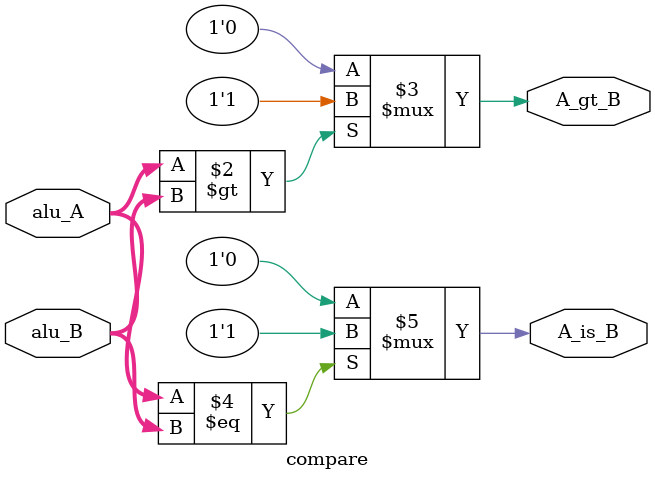
<source format=v>
/*
	the GCD algorithm, given 2 numbers,   
        the largest number that can divide both with remainder 0

    unsinged reg[7:0] A;
    unsinged reg[7:0] B;

    while (A !=  B)
    {
        if (A > B)
        {
            A = A - B;
        }
        else
        {
            B = B - A;
        }
    }
    return A;
*/

`timescale 1ns/1ns 
`define HALF 5
`define START 0   
`define STOP 79
`define SEED 11111
`define DEBUG_TB -999
//`define DEBUG_WAVE -888
//`define DEBUG_CU -777
//`define DEBUG_DP -666


module tb();
	wire [7:0] result;
	wire done;
	reg [7:0] A_input;
    reg [7:0] B_input;
	reg start;
    reg reset;
    reg clock;

	integer idx;
    integer seed;

    general_data_path GDP (
                            .result(result),
                            .done(done),
                            .A_input(A_input),
                            .B_input(B_input),
                            .start(start), 
                            .reset(reset), 
                            .clock(clock)
                        );

	always begin
		#`HALF;
		clock = ~clock;
	end
	
	initial begin
        `ifdef DEBUG_WAVE
		    $dumpfile("wave.vcd");
            $dumpvars(0, tb);
        `endif
		$write("\n testing the GCD algorithm\n\n");
        $write("    input  \"A\"      |    input \"B\"       |            GCD     |  expected\n");
        $write(" ----------------------------------------------------------------------------\n");
        seed = `SEED;
		start = 1'b1;
		reset = 1'b0;
		clock = 1'b0;

        for (idx = `START; idx <= `STOP; idx = idx + 1) begin
            reset = 1'b0;
            A_input = $urandom(seed) % 256;
            B_input = $urandom(seed) % 256;
            //A_input = 8'b0000_1001;
            //B_input = 8'b0000_0011;

            while (done != 1'b1) begin
                #(`HALF + `HALF);
            end

            `ifdef DEBUG_TB
                $write("  {%3d}  %4b_%4b  |  {%3d}  %4b_%4b  |  %4b_%4b -->   %3d  |  ",
                    A_input, A_input[7:4], A_input[3:0], 
                    B_input, B_input[7:4], B_input[3:0], 
                    result[7:4], result[3:0], result);
                getGCD(A_input, B_input, result);
            `endif
            
            reset = 1'b1;
            #(`HALF + `HALF);
            #(`HALF + `HALF);
            #(`HALF + `HALF);
        end

        #3;
        $write("\n\n\t\t ~ ~ ~ TEST COMPLETE ~ ~ ~  %7t  ns\n\n", $time);
		$finish;
	end

    task automatic getGCD;
        input reg [7:0] aReg;
        input reg [7:0] bReg;
        input reg [7:0] from_GDP;
        integer aa;
        integer bb;
        integer check;

        begin
            aa = aReg;
            bb = bReg;
            check = from_GDP;
            while (aa != bb) begin
                if (aa > bb) begin
                    aa = aa - bb;
                end
                else begin
                    bb = bb - aa;
                end
            end
            if (check == aa) begin
                $write("%3d    CORRECT\n", aa);
            end
            else begin
                $write("%3d    !!!WRONG!!!\n", aa);
            end
        end
    endtask

endmodule


////~~~~ top entity, combines control unit and data path
module general_data_path (
                            output wire [7:0] result,
                            output wire done,
                            input wire [7:0] A_input,
                            input wire [7:0] B_input,
                            input wire start, 
                            input wire reset, 
                            input wire clock
                        );	
	wire [1:0] IE;
    wire WE;
    wire [1:0] WA;
    wire RAE;
    wire [1:0] RAA;
    wire RBE;
    wire [1:0] RBA;
    wire [2:0] ALU;
    wire [1:0] SH;
    wire OE;
    //wire [7:0] n_input;
    //reg [7:0] nn_input;
    wire n_is_0; 
    wire A_gt_B;
    wire A_is_B;
	
    //initial nn_input = A_input;
    //always @ (*) nn_input = n_input;

    assign done = OE;

    control_unit CU (
                        .IE(IE), 
                        .WE(WE),
                        .WA(WA),
                        .RAE(RAE),
                        .RAA(RAA),
                        .RBE(RBE),
                        .RBA(RBA),
                        .ALU(ALU),
                        .SH(SH),
                        .OE(OE),
                        //.n_input(n_input),
                        //.B_input(B_input),
                        //.A_input(A_input),
                        .n_is_0(n_is_0),
                        .A_gt_B(A_gt_B),
                        .A_is_B(A_is_B),
                        .start(start),
                        .reset(reset),
                        .clock(clock)
                    );

    data_path DP (
                    .n_is_0(n_is_0),
                    .A_gt_B(A_gt_B),
                    .A_is_B(A_is_B),
                    .result(result),
                    .A_input(A_input),
                    .B_input(B_input),
                    .IE(IE),
                    .WE(WE),
                    .WA(WA),
                    .RAE(RAE),
                    .RAA(RAA),
                    .RBE(RBE),
                    .RBA(RBA),
                    .ALU(ALU),
                    .SH(SH),
                    .OE(OE),
                    .clock(clock)
                );
endmodule


////~~~~ control unit applied to data path
module control_unit (
                        output wire [1:0] IE, 
                        output wire WE,
                        output wire [1:0] WA,
                        output wire RAE,
                        output wire [1:0] RAA,
                        output wire RBE,
                        output wire [1:0] RBA,
                        output wire [2:0] ALU,
                        output wire [1:0] SH,
                        output wire OE,
                        //output wire [7:0] n_input,
                        //output reg [7:0] nn_input,
                        //input wire [7:0] A_input,
                        //input wire [7:0] B_input,
                        input wire n_is_0,
                        input wire A_gt_B,
                        input wire A_is_B,
                        input wire start,
                        input wire reset,
                        input wire clock
                    );

	reg [2:0] state;
	reg [2:0] n_state;

	parameter s0 = 3'b000;
	parameter s1 = 3'b001;
	parameter s2 = 3'b010;
	parameter s3 = 3'b011;
	parameter s4 = 3'b100;
    parameter s5 = 3'b101;
    parameter s6 = 3'b110;
	
	initial begin
        state = s0;
    end
	
	always @ (posedge clock) begin
        if (reset == 1'b1) n_state <= s0;  // interupt all
        `ifdef DEBUG_CU
            $write("\n st   nst  || IE | WE | WA | RAE | RAA | RBE | RBA | ALU | SH | OE || start | reset | n==0  | A>B   %7t ns\n",
                $time);
            $write("-------------------------------------------------------------------------------------------\n");
            $write(" %3b  %3b  || %1b  | %1b  | %2b |  %1b  | %2b  |  %1b  | %2b  | %3b | %2b | %1b  ||   %1b   |   %1b   |  %1b  |  %1b\n", 
                    state, n_state, IE,    WE,    WA,  RAE,    RAA,    RBE,   RBA,   ALU,   SH,   OE,   start, reset, n_is_0, A_gt_B);
        `endif
        state <= n_state;
    end

    always @ (*) begin
        case(state)
            s0 :                                          // rf[00] <-- 0  make zero  ,  wait for start
                begin
                    //nn_input <= A_input;
                    n_state = (start) ? s1 : s0;
                end
            s1 :                                          // rf[00] <-- A ,  get input
                begin
                    if (n_is_0) begin
                        n_state = s6;
                    end
                    else begin
                        n_state = s2;
                    end
                end
            s2 :                                          // rf[01] <-- B ,  get input
                begin
                    if (n_is_0) begin
                        n_state = s6;
                    end
                    else begin
                        n_state = s3;
                    end
                end
            s3 :                                          // rf[00] - rf[01] , no write "A-B"
                begin
                    if (A_is_B) begin
                        n_state = s6;
                    end
                    else begin
                        n_state = (A_gt_B) ? s4 : s5;
                    end
                end
            s4 :                                          // rf[00] <-- rf [00] - rf[01] , A > B
                begin
                    //n_state <= (n_is_0) ? s6 : s3; 
                    n_state = s3;
                    //n_state = (A_gt_B) ? s4 : s5;
                    //n_state = (A_is_B) ? s6 : s3;
                end
                                           
            s5 :                                          // rf[01] <-- rf [01] - rf[00] , ~(A > B)
                begin
                    //n_state <= (n_is_0) ? s6 : s3; 
                    n_state = s3;
                    //n_state = (A_gt_B) ? s4 : s5;
                    //n_state = (A_is_B) ? s6 : s3;
                end
            s6 : n_state = (reset) ? s0 : s6;             // show rf[00]  ,  output and wait for reset
            default : n_state = s0;                       // stop the latch
        endcase
	end
	
    //assign n_input = (n_state == s1) ? B_input : A_input;
    //assign n_input = A_input;

	assign IE[0] = (state == s1);
    assign IE[1] = (state == s2); 
		
	assign WE = (state == s1) || 
                (state == s2) || 
                (state == s4) || 
                (state == s5);
                
	assign WA[1] = 1'b0;
	assign WA[0] = (state == s2) || 
                   (state == s5);
		
	assign RAE = (state == s3) || 
                 (state == s4) || 
                 (state == s5) || 
                 (state == s6);
	assign RAA[1] = 1'b0;
	assign RAA[0] = (state == s5);
		
	assign RBE = (state == s3) ||
                 (state == s4) ||
                 (state == s5);
	assign RBA[1] = 1'b0;
	assign RBA[0] = (state == s3) ||
                    (state == s4);
		
	assign ALU[2] = (state == s4) || 
                    (state == s5);
	assign ALU[1] = 1'b0;
	assign ALU[0] = (state == s4) || 
                    (state == s5);
		
	assign SH[1] = 1'b0;
	assign SH[0] = 1'b0;
	assign OE = (state == s6);	
endmodule


////~~~~ data path combining the 5 components 
module data_path (
                    output wire A_gt_B,
                    output wire A_is_B,
                    output wire n_is_0,
                    output wire [7:0] result,
                    input wire [7:0] A_input,
                    input wire [7:0] B_input,
                    input wire [1:0] IE,
                    input wire WE,
                    input wire [1:0] WA,
                    input wire RAE,
                    input wire [1:0] RAA,
                    input wire RBE,
                    input wire [1:0] RBA,
                    input wire [2:0] ALU,
                    input wire [1:0] SH,
                    input wire OE,
                    input wire clock
                );

    parameter BLANK = 8'b0000_0000;  
    wire [7:0] from_mux;          
	reg [7:0] to_register_file;
    wire [7:0] rf_port_A;
    wire [7:0] rf_port_B;
    wire [7:0] from_alu;
    wire [7:0] from_shifter;
	
    /*
        This internal register completes the feedback.
        Unlike the other connections, it must be a register.
        It is very important and provides the initialization,
        along with proper transfer sequence.
        To use a wire, all subordinate modules would need to be structural.
    */
    initial begin
        to_register_file = BLANK;
    end
    always @ (*) begin
        to_register_file = from_mux;
    end
	
    /*
        This is the probe right under the MUX.
        It won't fail if you move states correctly.
        Don't get too crazy with the logic checks.
    */
	assign n_is_0 = (from_mux == 8'b0000_0000); 
    /*assign A_gt_B = (~from_alu[7]) & 
                    (from_alu[6] | from_alu[5] | from_alu[4] | from_alu[3] |
                     from_alu[2] | from_alu[1] | from_alu[0]);*/
    
    compare AB (
                    .A_gt_B(A_gt_B),
                    .A_is_B(A_is_B),
                    .alu_A(rf_port_A),
                    .alu_B(rf_port_B)
                );

    c1_mux comp1 (
                    .from_mux(from_mux),
                    .A_input(A_input), 
                    .B_input(B_input), 
                    .feedback(from_shifter),
                    .IE(IE)
                );

    c2_register_file comp2 (
                            .port_A(rf_port_A),
                            .port_B(rf_port_B),     
                            .from_mux(to_register_file),
                            .WE(WE),                
                            .WA(WA),          
                            .RAE(RAE),    
                            .RAA(RAA),         
                            .RBE(RBE),            
                            .RBA(RBA),      
                            .clock(clock)
                        ); 

    c3_alu comp3 (
                    .from_alu(from_alu),
                    .A_bus(rf_port_A),
                    .B_bus(rf_port_B),
                    .ALU(ALU)
                );

    c4_shifter comp4 (
                        .from_shifter(from_shifter),
                        .from_alu(from_alu),
                        .SH(SH)
                    );


    c5_triBuff comp5 (
                        .result(result), 
                        .from_shifter(from_shifter), 
                        .OE(OE)
                    );
    
    `ifdef DEBUG_DP
        always @ (posedge clock) begin
            #1;
            $write("\n ************************************************\n");
            $write(" {data_path}                               %7t ns\n", $time);
            $write("               n_is_0:  %1b\n", n_is_0);
            $write(" -------------------------\n");
            $write("                   IE:  %2b\n", IE);
            $write("  mux[00], shifter_out:  %4b_%4b\n", from_shifter[7:4], from_shifter[3:0]);
            $write("         mux[01], A_in:  %4b_%4b\n", A_input[7:4], A_input[3:0]);
            $write("         mux[10], B_in:  %4b_%4b\n", B_input[7:4], B_input[3:0]);
            $write("          mux out, nnn:  %4b_%4b\n", from_mux[7:4], from_mux[3:0]);
            $write(" ---------------------------------\n");
            $write("               rf_inp:  %4b_%4b\n", to_register_file[7:4], to_register_file[3:0]);
            $write(" WE:   %1b  ,  WA:   %2b\n", WE, WA);
            $write(" RAE:  %1b  ,  RAA:  %2b\n", RAE, RAA);
            $write(" RBE:  %1b  ,  RBA:  %2b\n", RBE, RBA);
            $write(" reg[00]:  %4b_%4b \"A\"\n", comp2.internal[2'b00][7:4], comp2.internal[2'b00][3:0]);
            $write(" reg[01]:  %4b_%4b \"B\"\n"  , comp2.internal[2'b01][7:4], comp2.internal[2'b01][3:0]);
            $write(" reg[10]:  %4b_%4b\n"        , comp2.internal[2'b10][7:4], comp2.internal[2'b10][3:0]);
            $write(" reg[11]:  %4b_%4b\n"        , comp2.internal[2'b11][7:4], comp2.internal[2'b11][3:0]);
            $write("               port A:  %4b_%4b\n", rf_port_A[7:4], rf_port_A[3:0]);
            $write("               port B:  %4b_%4b\n", rf_port_B[7:4], rf_port_B[3:0]);
            $write(" --------------------------------------\n");
            $write("        alu operation:  %3b\n", ALU);
            $write("           alu output:  %4b_%4b\n", from_alu[7:4], from_alu[3:0]);
            $write(" ---------------------------------\n");
            $write("    shifter operation:  %3b\n", SH);
            $write("       shifter output:  %4b_%4b\n", from_shifter[7:4], from_shifter[3:0]);
            $write(" ---------------------------------\n");
            $write("                   OE:  %1b\n", OE);
            $write("               result:  %4b_%4b", result[7:4], result[3:0]);
            if (OE == 1'b1) $write("   !!!SUCCESS!!!\n");
            else $write("      ...working\n");
            $write(" ************************************************\n");
        end
    `endif
endmodule


////~~~~ 2-to-1 mux, 8 bits, component 1 of 5
module c1_mux (
                    output reg [7:0] from_mux,
                    input wire [7:0] A_input, 
                    input wire [7:0] B_input, 
                    input wire [7:0] feedback,
                    input wire [1:0] IE
                );
	
	always @ (*) begin
        case(IE)
            2'b00 : from_mux = feedback;
            2'b01 : from_mux = A_input;
            2'b10 : from_mux = B_input;
            default : from_mux = feedback; 
        endcase
        //from_mux = (IE == 1'b1) ? new_data : feedback;
    end
endmodule


////~~~~ register file, component 2 of 5
module c2_register_file(
                            output wire [7:0] port_A,     // value assigned to port A
                            output wire [7:0] port_B,     // value assigned to port B
                            input wire [7:0] from_mux,    // bus after MUX selection
                            input wire WE,                // write enable
                            input wire [1:0] WA,          // write address
                            input wire RAE,               // port A read enable
                            input wire [1:0] RAA,         // port A Read address 
                            input wire RBE,               // port B read enable
                            input wire [1:0] RBA,         // port B read address
                            input wire clock
                        ); 
	
    parameter BLANK = 8'b0000_0000;

    // x4 8-bit registers "4x8", index them in binary
	reg [7:0] internal [3:0]; 

    // only write if WE is active
	always @ (posedge clock) begin
        if (WE == 1'b1) internal[WA] <= from_mux;
    end
     
    // reading to ports is done in combination, if enabled
    assign port_A = (RAE == 1'b1) ? internal[RAA] : BLANK; 
    assign port_B = (RBE == 1'b1) ? internal[RBA] : BLANK;
endmodule


////~~~~ ALU, component 3 of 5
module c3_alu (
                output reg [7:0] from_alu,
                input wire [7:0] A_bus,
                input wire [7:0] B_bus,
                input wire [2:0] ALU
            );

    parameter pass_A = 3'b000;     // bus A passes through
    parameter A_and_B = 3'b001;    // bitwise AND, A & B
    parameter A_or_B = 3'b010;     // bitwise OR, A | B
    parameter not_A = 3'b011;      // bitwise negate, ~A
    parameter A_add_B = 3'b100;    // addition, A + B
    parameter A_sub_B = 3'b101;    // subtraction, A - B
    parameter inc_A = 3'b110;      // increment, A = A + 1
    parameter dec_A = 3'b111;      // decrement, A = A - 1

    always @ (*) begin 
        case(ALU) 
            pass_A  : from_alu = A_bus;                  
            A_and_B : from_alu = A_bus & B_bus;                  
            A_or_B  : from_alu = A_bus | B_bus; 
            not_A   : from_alu = ~A_bus;
            A_add_B : from_alu = A_bus + B_bus;
            A_sub_B : from_alu = A_bus - B_bus;
            inc_A   : from_alu = A_bus + 1'b1;
            dec_A   : from_alu = A_bus - 1'b1;                
        endcase
    end
endmodule


////~~~~ shifter, componenet 4 of 5
module c4_shifter (
                    output reg [7:0] from_shifter,
                    input wire [7:0] from_alu,
                    input wire [1:0] SH
                );

    parameter PASS = 2'b00;      // pass through
    parameter LEFT = 2'b01;      // left shift and fill with 0's
    parameter RIGHT = 2'b10;     // right shift and fill with 0's
    parameter ROTATE = 2'b11;    // rotate right

    always @ (*) begin 
        case(SH) 
            PASS   : from_shifter = from_alu;                  
            LEFT   : from_shifter = from_alu << 1;                 
            RIGHT  : from_shifter = from_alu >> 1;
            ROTATE : from_shifter = {from_alu[6:0], from_alu[7]};                    
        endcase
    end
endmodule


////~~~~ final output buffer, componenet 5 of 5
module c5_triBuff (
                    output reg [7:0] result, 
                    input wire [7:0] from_shifter, 
                    input wire OE
                );

	always @ (*) begin
        result = (OE == 1'b1) ? from_shifter : 8'bzzzz_zzzz;
    end		
endmodule


////~~~~ a comparator to probe data path for A > B, A==B
module compare (
                    output wire A_gt_B,
                    output wire A_is_B,
                    input wire [7:0] alu_A,
                    input wire [7:0] alu_B
                );
    assign A_gt_B = (alu_A > alu_B) ? 1'b1 : 1'b0;
    assign A_is_B = (alu_A == alu_B) ? 1'b1 : 1'b0;
endmodule


////////~~~~~~~~END>  gcd_algo.v

</source>
